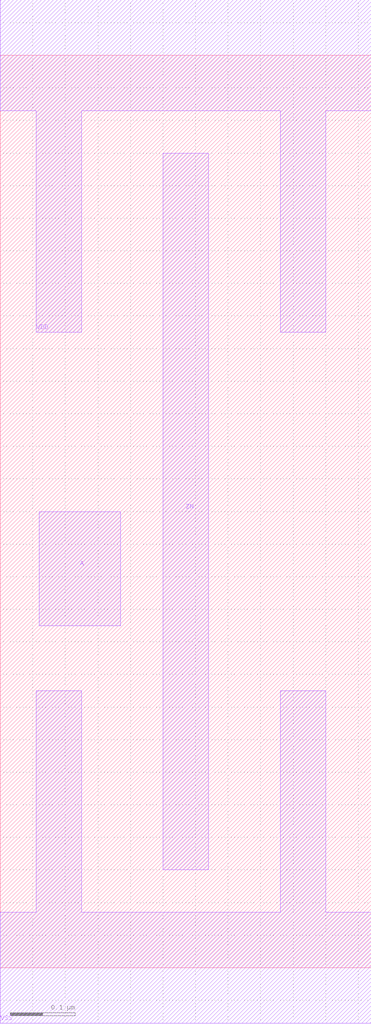
<source format=lef>
# 
# ******************************************************************************
# *                                                                            *
# *                   Copyright (C) 2004-2010, Nangate Inc.                    *
# *                           All rights reserved.                             *
# *                                                                            *
# * Nangate and the Nangate logo are trademarks of Nangate Inc.                *
# *                                                                            *
# * All trademarks, logos, software marks, and trade names (collectively the   *
# * "Marks") in this program are proprietary to Nangate or other respective    *
# * owners that have granted Nangate the right and license to use such Marks.  *
# * You are not permitted to use the Marks without the prior written consent   *
# * of Nangate or such third party that may own the Marks.                     *
# *                                                                            *
# * This file has been provided pursuant to a License Agreement containing     *
# * restrictions on its use. This file contains valuable trade secrets and     *
# * proprietary information of Nangate Inc., and is protected by U.S. and      *
# * international laws and/or treaties.                                        *
# *                                                                            *
# * The copyright notice(s) in this file does not indicate actual or intended  *
# * publication of this file.                                                  *
# *                                                                            *
# *     NGLibraryCreator, v2010.08-HR32-SP3-2010-08-05 - build 1009061800      *
# *                                                                            *
# ******************************************************************************
# 
# 
# Running on brazil06.nangate.com.br for user Giancarlo Franciscatto (gfr).
# Local time is now Fri, 3 Dec 2010, 19:32:18.
# Main process id is 27821.

VERSION 5.6 ;
BUSBITCHARS "[]" ;
DIVIDERCHAR "/" ;

MACRO INV_X2
  CLASS core ;
  FOREIGN INV_X2 0.0 0.0 ;
  ORIGIN 0 0 ;
  SYMMETRY X Y ;
  SITE FreePDK45_38x28_10R_NP_162NW_34O ;
  SIZE 0.57 BY 1.4 ;
  PIN A
    DIRECTION INPUT ;
    ANTENNAPARTIALMETALAREA 0.021875 LAYER metal1 ;
    ANTENNAPARTIALMETALSIDEAREA 0.078 LAYER metal1 ;
    ANTENNAGATEAREA 0.1045 ;
    PORT
      LAYER metal1 ;
        POLYGON 0.06 0.525 0.185 0.525 0.185 0.7 0.06 0.7  ;
    END
  END A
  PIN ZN
    DIRECTION OUTPUT ;
    ANTENNAPARTIALMETALAREA 0.077 LAYER metal1 ;
    ANTENNAPARTIALMETALSIDEAREA 0.3042 LAYER metal1 ;
    ANTENNADIFFAREA 0.1463 ;
    PORT
      LAYER metal1 ;
        POLYGON 0.25 0.15 0.32 0.15 0.32 1.25 0.25 1.25  ;
    END
  END ZN
  PIN VDD
    DIRECTION INOUT ;
    USE power ;
    SHAPE ABUTMENT ;
    PORT
      LAYER metal1 ;
        POLYGON 0 1.315 0.055 1.315 0.055 0.975 0.125 0.975 0.125 1.315 0.43 1.315 0.43 0.975 0.5 0.975 0.5 1.315 0.57 1.315 0.57 1.485 0 1.485  ;
    END
  END VDD
  PIN VSS
    DIRECTION INOUT ;
    USE ground ;
    SHAPE ABUTMENT ;
    PORT
      LAYER metal1 ;
        POLYGON 0 -0.085 0.57 -0.085 0.57 0.085 0.5 0.085 0.5 0.425 0.43 0.425 0.43 0.085 0.125 0.085 0.125 0.425 0.055 0.425 0.055 0.085 0 0.085  ;
    END
  END VSS
END INV_X2

END LIBRARY
#
# End of file
#

</source>
